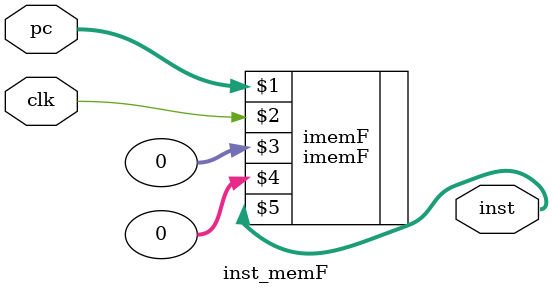
<source format=sv>
module inst_memF( input logic clk,
                 input logic [15:0]  pc,
                 output logic [15:0] inst );
   
   imemF imemF( pc, clk, 0, 0, inst );
   
endmodule

</source>
